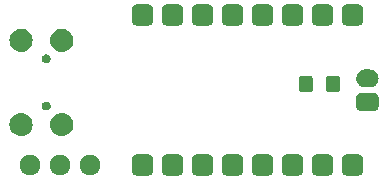
<source format=gbs>
G04 #@! TF.GenerationSoftware,KiCad,Pcbnew,(5.1.0-0)*
G04 #@! TF.CreationDate,2019-04-12T20:13:37-07:00*
G04 #@! TF.ProjectId,ap2112m-txb0104-module,61703231-3132-46d2-9d74-786230313034,rev?*
G04 #@! TF.SameCoordinates,Original*
G04 #@! TF.FileFunction,Soldermask,Bot*
G04 #@! TF.FilePolarity,Negative*
%FSLAX46Y46*%
G04 Gerber Fmt 4.6, Leading zero omitted, Abs format (unit mm)*
G04 Created by KiCad (PCBNEW (5.1.0-0)) date 2019-04-12 20:13:37*
%MOMM*%
%LPD*%
G04 APERTURE LIST*
%ADD10C,0.025400*%
G04 APERTURE END LIST*
D10*
G36*
X169468662Y-94357606D02*
G01*
X169548345Y-94381778D01*
X169621785Y-94421033D01*
X169686147Y-94473853D01*
X169738967Y-94538215D01*
X169778222Y-94611655D01*
X169802394Y-94691338D01*
X169810800Y-94776691D01*
X169810800Y-95723309D01*
X169802394Y-95808662D01*
X169778222Y-95888345D01*
X169738967Y-95961785D01*
X169686147Y-96026147D01*
X169621785Y-96078967D01*
X169548345Y-96118222D01*
X169468662Y-96142394D01*
X169383309Y-96150800D01*
X168436691Y-96150800D01*
X168351338Y-96142394D01*
X168271655Y-96118222D01*
X168198215Y-96078967D01*
X168133853Y-96026147D01*
X168081033Y-95961785D01*
X168041778Y-95888345D01*
X168017606Y-95808662D01*
X168009200Y-95723309D01*
X168009200Y-94776691D01*
X168017606Y-94691338D01*
X168041778Y-94611655D01*
X168081033Y-94538215D01*
X168133853Y-94473853D01*
X168198215Y-94421033D01*
X168271655Y-94381778D01*
X168351338Y-94357606D01*
X168436691Y-94349200D01*
X169383309Y-94349200D01*
X169468662Y-94357606D01*
X169468662Y-94357606D01*
G37*
G36*
X166928662Y-94357606D02*
G01*
X167008345Y-94381778D01*
X167081785Y-94421033D01*
X167146147Y-94473853D01*
X167198967Y-94538215D01*
X167238222Y-94611655D01*
X167262394Y-94691338D01*
X167270800Y-94776691D01*
X167270800Y-95723309D01*
X167262394Y-95808662D01*
X167238222Y-95888345D01*
X167198967Y-95961785D01*
X167146147Y-96026147D01*
X167081785Y-96078967D01*
X167008345Y-96118222D01*
X166928662Y-96142394D01*
X166843309Y-96150800D01*
X165896691Y-96150800D01*
X165811338Y-96142394D01*
X165731655Y-96118222D01*
X165658215Y-96078967D01*
X165593853Y-96026147D01*
X165541033Y-95961785D01*
X165501778Y-95888345D01*
X165477606Y-95808662D01*
X165469200Y-95723309D01*
X165469200Y-94776691D01*
X165477606Y-94691338D01*
X165501778Y-94611655D01*
X165541033Y-94538215D01*
X165593853Y-94473853D01*
X165658215Y-94421033D01*
X165731655Y-94381778D01*
X165811338Y-94357606D01*
X165896691Y-94349200D01*
X166843309Y-94349200D01*
X166928662Y-94357606D01*
X166928662Y-94357606D01*
G37*
G36*
X164388662Y-94357606D02*
G01*
X164468345Y-94381778D01*
X164541785Y-94421033D01*
X164606147Y-94473853D01*
X164658967Y-94538215D01*
X164698222Y-94611655D01*
X164722394Y-94691338D01*
X164730800Y-94776691D01*
X164730800Y-95723309D01*
X164722394Y-95808662D01*
X164698222Y-95888345D01*
X164658967Y-95961785D01*
X164606147Y-96026147D01*
X164541785Y-96078967D01*
X164468345Y-96118222D01*
X164388662Y-96142394D01*
X164303309Y-96150800D01*
X163356691Y-96150800D01*
X163271338Y-96142394D01*
X163191655Y-96118222D01*
X163118215Y-96078967D01*
X163053853Y-96026147D01*
X163001033Y-95961785D01*
X162961778Y-95888345D01*
X162937606Y-95808662D01*
X162929200Y-95723309D01*
X162929200Y-94776691D01*
X162937606Y-94691338D01*
X162961778Y-94611655D01*
X163001033Y-94538215D01*
X163053853Y-94473853D01*
X163118215Y-94421033D01*
X163191655Y-94381778D01*
X163271338Y-94357606D01*
X163356691Y-94349200D01*
X164303309Y-94349200D01*
X164388662Y-94357606D01*
X164388662Y-94357606D01*
G37*
G36*
X161848662Y-94357606D02*
G01*
X161928345Y-94381778D01*
X162001785Y-94421033D01*
X162066147Y-94473853D01*
X162118967Y-94538215D01*
X162158222Y-94611655D01*
X162182394Y-94691338D01*
X162190800Y-94776691D01*
X162190800Y-95723309D01*
X162182394Y-95808662D01*
X162158222Y-95888345D01*
X162118967Y-95961785D01*
X162066147Y-96026147D01*
X162001785Y-96078967D01*
X161928345Y-96118222D01*
X161848662Y-96142394D01*
X161763309Y-96150800D01*
X160816691Y-96150800D01*
X160731338Y-96142394D01*
X160651655Y-96118222D01*
X160578215Y-96078967D01*
X160513853Y-96026147D01*
X160461033Y-95961785D01*
X160421778Y-95888345D01*
X160397606Y-95808662D01*
X160389200Y-95723309D01*
X160389200Y-94776691D01*
X160397606Y-94691338D01*
X160421778Y-94611655D01*
X160461033Y-94538215D01*
X160513853Y-94473853D01*
X160578215Y-94421033D01*
X160651655Y-94381778D01*
X160731338Y-94357606D01*
X160816691Y-94349200D01*
X161763309Y-94349200D01*
X161848662Y-94357606D01*
X161848662Y-94357606D01*
G37*
G36*
X159308662Y-94357606D02*
G01*
X159388345Y-94381778D01*
X159461785Y-94421033D01*
X159526147Y-94473853D01*
X159578967Y-94538215D01*
X159618222Y-94611655D01*
X159642394Y-94691338D01*
X159650800Y-94776691D01*
X159650800Y-95723309D01*
X159642394Y-95808662D01*
X159618222Y-95888345D01*
X159578967Y-95961785D01*
X159526147Y-96026147D01*
X159461785Y-96078967D01*
X159388345Y-96118222D01*
X159308662Y-96142394D01*
X159223309Y-96150800D01*
X158276691Y-96150800D01*
X158191338Y-96142394D01*
X158111655Y-96118222D01*
X158038215Y-96078967D01*
X157973853Y-96026147D01*
X157921033Y-95961785D01*
X157881778Y-95888345D01*
X157857606Y-95808662D01*
X157849200Y-95723309D01*
X157849200Y-94776691D01*
X157857606Y-94691338D01*
X157881778Y-94611655D01*
X157921033Y-94538215D01*
X157973853Y-94473853D01*
X158038215Y-94421033D01*
X158111655Y-94381778D01*
X158191338Y-94357606D01*
X158276691Y-94349200D01*
X159223309Y-94349200D01*
X159308662Y-94357606D01*
X159308662Y-94357606D01*
G37*
G36*
X156768662Y-94357606D02*
G01*
X156848345Y-94381778D01*
X156921785Y-94421033D01*
X156986147Y-94473853D01*
X157038967Y-94538215D01*
X157078222Y-94611655D01*
X157102394Y-94691338D01*
X157110800Y-94776691D01*
X157110800Y-95723309D01*
X157102394Y-95808662D01*
X157078222Y-95888345D01*
X157038967Y-95961785D01*
X156986147Y-96026147D01*
X156921785Y-96078967D01*
X156848345Y-96118222D01*
X156768662Y-96142394D01*
X156683309Y-96150800D01*
X155736691Y-96150800D01*
X155651338Y-96142394D01*
X155571655Y-96118222D01*
X155498215Y-96078967D01*
X155433853Y-96026147D01*
X155381033Y-95961785D01*
X155341778Y-95888345D01*
X155317606Y-95808662D01*
X155309200Y-95723309D01*
X155309200Y-94776691D01*
X155317606Y-94691338D01*
X155341778Y-94611655D01*
X155381033Y-94538215D01*
X155433853Y-94473853D01*
X155498215Y-94421033D01*
X155571655Y-94381778D01*
X155651338Y-94357606D01*
X155736691Y-94349200D01*
X156683309Y-94349200D01*
X156768662Y-94357606D01*
X156768662Y-94357606D01*
G37*
G36*
X154228662Y-94357606D02*
G01*
X154308345Y-94381778D01*
X154381785Y-94421033D01*
X154446147Y-94473853D01*
X154498967Y-94538215D01*
X154538222Y-94611655D01*
X154562394Y-94691338D01*
X154570800Y-94776691D01*
X154570800Y-95723309D01*
X154562394Y-95808662D01*
X154538222Y-95888345D01*
X154498967Y-95961785D01*
X154446147Y-96026147D01*
X154381785Y-96078967D01*
X154308345Y-96118222D01*
X154228662Y-96142394D01*
X154143309Y-96150800D01*
X153196691Y-96150800D01*
X153111338Y-96142394D01*
X153031655Y-96118222D01*
X152958215Y-96078967D01*
X152893853Y-96026147D01*
X152841033Y-95961785D01*
X152801778Y-95888345D01*
X152777606Y-95808662D01*
X152769200Y-95723309D01*
X152769200Y-94776691D01*
X152777606Y-94691338D01*
X152801778Y-94611655D01*
X152841033Y-94538215D01*
X152893853Y-94473853D01*
X152958215Y-94421033D01*
X153031655Y-94381778D01*
X153111338Y-94357606D01*
X153196691Y-94349200D01*
X154143309Y-94349200D01*
X154228662Y-94357606D01*
X154228662Y-94357606D01*
G37*
G36*
X151688662Y-94357606D02*
G01*
X151768345Y-94381778D01*
X151841785Y-94421033D01*
X151906147Y-94473853D01*
X151958967Y-94538215D01*
X151998222Y-94611655D01*
X152022394Y-94691338D01*
X152030800Y-94776691D01*
X152030800Y-95723309D01*
X152022394Y-95808662D01*
X151998222Y-95888345D01*
X151958967Y-95961785D01*
X151906147Y-96026147D01*
X151841785Y-96078967D01*
X151768345Y-96118222D01*
X151688662Y-96142394D01*
X151603309Y-96150800D01*
X150656691Y-96150800D01*
X150571338Y-96142394D01*
X150491655Y-96118222D01*
X150418215Y-96078967D01*
X150353853Y-96026147D01*
X150301033Y-95961785D01*
X150261778Y-95888345D01*
X150237606Y-95808662D01*
X150229200Y-95723309D01*
X150229200Y-94776691D01*
X150237606Y-94691338D01*
X150261778Y-94611655D01*
X150301033Y-94538215D01*
X150353853Y-94473853D01*
X150418215Y-94421033D01*
X150491655Y-94381778D01*
X150571338Y-94357606D01*
X150656691Y-94349200D01*
X151603309Y-94349200D01*
X151688662Y-94357606D01*
X151688662Y-94357606D01*
G37*
G36*
X146940608Y-94407376D02*
G01*
X147100084Y-94473432D01*
X147243610Y-94569334D01*
X147365666Y-94691390D01*
X147461568Y-94834916D01*
X147527624Y-94994392D01*
X147561300Y-95163692D01*
X147561300Y-95336308D01*
X147527624Y-95505608D01*
X147461568Y-95665084D01*
X147365666Y-95808610D01*
X147243610Y-95930666D01*
X147100084Y-96026568D01*
X146940608Y-96092624D01*
X146771308Y-96126300D01*
X146598692Y-96126300D01*
X146429392Y-96092624D01*
X146269916Y-96026568D01*
X146126390Y-95930666D01*
X146004334Y-95808610D01*
X145908432Y-95665084D01*
X145842376Y-95505608D01*
X145808700Y-95336308D01*
X145808700Y-95163692D01*
X145842376Y-94994392D01*
X145908432Y-94834916D01*
X146004334Y-94691390D01*
X146126390Y-94569334D01*
X146269916Y-94473432D01*
X146429392Y-94407376D01*
X146598692Y-94373700D01*
X146771308Y-94373700D01*
X146940608Y-94407376D01*
X146940608Y-94407376D01*
G37*
G36*
X144400608Y-94407376D02*
G01*
X144560084Y-94473432D01*
X144703610Y-94569334D01*
X144825666Y-94691390D01*
X144921568Y-94834916D01*
X144987624Y-94994392D01*
X145021300Y-95163692D01*
X145021300Y-95336308D01*
X144987624Y-95505608D01*
X144921568Y-95665084D01*
X144825666Y-95808610D01*
X144703610Y-95930666D01*
X144560084Y-96026568D01*
X144400608Y-96092624D01*
X144231308Y-96126300D01*
X144058692Y-96126300D01*
X143889392Y-96092624D01*
X143729916Y-96026568D01*
X143586390Y-95930666D01*
X143464334Y-95808610D01*
X143368432Y-95665084D01*
X143302376Y-95505608D01*
X143268700Y-95336308D01*
X143268700Y-95163692D01*
X143302376Y-94994392D01*
X143368432Y-94834916D01*
X143464334Y-94691390D01*
X143586390Y-94569334D01*
X143729916Y-94473432D01*
X143889392Y-94407376D01*
X144058692Y-94373700D01*
X144231308Y-94373700D01*
X144400608Y-94407376D01*
X144400608Y-94407376D01*
G37*
G36*
X141860608Y-94407376D02*
G01*
X142020084Y-94473432D01*
X142163610Y-94569334D01*
X142285666Y-94691390D01*
X142381568Y-94834916D01*
X142447624Y-94994392D01*
X142481300Y-95163692D01*
X142481300Y-95336308D01*
X142447624Y-95505608D01*
X142381568Y-95665084D01*
X142285666Y-95808610D01*
X142163610Y-95930666D01*
X142020084Y-96026568D01*
X141860608Y-96092624D01*
X141691308Y-96126300D01*
X141518692Y-96126300D01*
X141349392Y-96092624D01*
X141189916Y-96026568D01*
X141046390Y-95930666D01*
X140924334Y-95808610D01*
X140828432Y-95665084D01*
X140762376Y-95505608D01*
X140728700Y-95336308D01*
X140728700Y-95163692D01*
X140762376Y-94994392D01*
X140828432Y-94834916D01*
X140924334Y-94691390D01*
X141046390Y-94569334D01*
X141189916Y-94473432D01*
X141349392Y-94407376D01*
X141518692Y-94373700D01*
X141691308Y-94373700D01*
X141860608Y-94407376D01*
X141860608Y-94407376D01*
G37*
G36*
X144492267Y-90873391D02*
G01*
X144492270Y-90873392D01*
X144677152Y-90929475D01*
X144847539Y-91020549D01*
X144996886Y-91143114D01*
X145119451Y-91292461D01*
X145210525Y-91462848D01*
X145260195Y-91626588D01*
X145266609Y-91647733D01*
X145285546Y-91840000D01*
X145266609Y-92032267D01*
X145266608Y-92032270D01*
X145210525Y-92217152D01*
X145119451Y-92387539D01*
X144996886Y-92536886D01*
X144847539Y-92659451D01*
X144677152Y-92750525D01*
X144513412Y-92800195D01*
X144492267Y-92806609D01*
X144348183Y-92820800D01*
X144251817Y-92820800D01*
X144107733Y-92806609D01*
X144086588Y-92800195D01*
X143922848Y-92750525D01*
X143752461Y-92659451D01*
X143603114Y-92536886D01*
X143480549Y-92387539D01*
X143389475Y-92217152D01*
X143333392Y-92032270D01*
X143333391Y-92032267D01*
X143314454Y-91840000D01*
X143333391Y-91647733D01*
X143339805Y-91626588D01*
X143389475Y-91462848D01*
X143480549Y-91292461D01*
X143603114Y-91143114D01*
X143752461Y-91020549D01*
X143922848Y-90929475D01*
X144107730Y-90873392D01*
X144107733Y-90873391D01*
X144251817Y-90859200D01*
X144348183Y-90859200D01*
X144492267Y-90873391D01*
X144492267Y-90873391D01*
G37*
G36*
X141042267Y-90873391D02*
G01*
X141042270Y-90873392D01*
X141227152Y-90929475D01*
X141397539Y-91020549D01*
X141546886Y-91143114D01*
X141669451Y-91292461D01*
X141760525Y-91462848D01*
X141810195Y-91626588D01*
X141816609Y-91647733D01*
X141835546Y-91840000D01*
X141816609Y-92032267D01*
X141816608Y-92032270D01*
X141760525Y-92217152D01*
X141669451Y-92387539D01*
X141546886Y-92536886D01*
X141397539Y-92659451D01*
X141227152Y-92750525D01*
X141063412Y-92800195D01*
X141042267Y-92806609D01*
X140898183Y-92820800D01*
X140801817Y-92820800D01*
X140657733Y-92806609D01*
X140636588Y-92800195D01*
X140472848Y-92750525D01*
X140302461Y-92659451D01*
X140153114Y-92536886D01*
X140030549Y-92387539D01*
X139939475Y-92217152D01*
X139883392Y-92032270D01*
X139883391Y-92032267D01*
X139864454Y-91840000D01*
X139883391Y-91647733D01*
X139889805Y-91626588D01*
X139939475Y-91462848D01*
X140030549Y-91292461D01*
X140153114Y-91143114D01*
X140302461Y-91020549D01*
X140472848Y-90929475D01*
X140657730Y-90873392D01*
X140657733Y-90873391D01*
X140801817Y-90859200D01*
X140898183Y-90859200D01*
X141042267Y-90873391D01*
X141042267Y-90873391D01*
G37*
G36*
X170838634Y-89173651D02*
G01*
X170904109Y-89193513D01*
X170964445Y-89225763D01*
X171017333Y-89269167D01*
X171060737Y-89322055D01*
X171092987Y-89382391D01*
X171112849Y-89447866D01*
X171119800Y-89518442D01*
X171119800Y-90313558D01*
X171112849Y-90384134D01*
X171092987Y-90449609D01*
X171060737Y-90509945D01*
X171017333Y-90562833D01*
X170964445Y-90606237D01*
X170904109Y-90638487D01*
X170838634Y-90658349D01*
X170768058Y-90665300D01*
X169591942Y-90665300D01*
X169521366Y-90658349D01*
X169455891Y-90638487D01*
X169395555Y-90606237D01*
X169342667Y-90562833D01*
X169299263Y-90509945D01*
X169267013Y-90449609D01*
X169247151Y-90384134D01*
X169240200Y-90313558D01*
X169240200Y-89518442D01*
X169247151Y-89447866D01*
X169267013Y-89382391D01*
X169299263Y-89322055D01*
X169342667Y-89269167D01*
X169395555Y-89225763D01*
X169455891Y-89193513D01*
X169521366Y-89173651D01*
X169591942Y-89166700D01*
X170768058Y-89166700D01*
X170838634Y-89173651D01*
X170838634Y-89173651D01*
G37*
G36*
X143048666Y-89894637D02*
G01*
X143048669Y-89894638D01*
X143048670Y-89894638D01*
X143119508Y-89916126D01*
X143184793Y-89951022D01*
X143184795Y-89951023D01*
X143184794Y-89951023D01*
X143242017Y-89997983D01*
X143284767Y-90050075D01*
X143288978Y-90055207D01*
X143323874Y-90120492D01*
X143323874Y-90120493D01*
X143345363Y-90191334D01*
X143352619Y-90265000D01*
X143345363Y-90338666D01*
X143345362Y-90338669D01*
X143345362Y-90338670D01*
X143323874Y-90409508D01*
X143302439Y-90449609D01*
X143288977Y-90474794D01*
X143242017Y-90532017D01*
X143204466Y-90562833D01*
X143184793Y-90578978D01*
X143119508Y-90613874D01*
X143048670Y-90635362D01*
X143048669Y-90635362D01*
X143048666Y-90635363D01*
X142993463Y-90640800D01*
X142956537Y-90640800D01*
X142901334Y-90635363D01*
X142901331Y-90635362D01*
X142901330Y-90635362D01*
X142830492Y-90613874D01*
X142765207Y-90578978D01*
X142745534Y-90562833D01*
X142707983Y-90532017D01*
X142661023Y-90474794D01*
X142647561Y-90449609D01*
X142626126Y-90409508D01*
X142604638Y-90338670D01*
X142604638Y-90338669D01*
X142604637Y-90338666D01*
X142597381Y-90265000D01*
X142604637Y-90191334D01*
X142626126Y-90120493D01*
X142626126Y-90120492D01*
X142661022Y-90055207D01*
X142665233Y-90050076D01*
X142707983Y-89997983D01*
X142765206Y-89951023D01*
X142765205Y-89951023D01*
X142765207Y-89951022D01*
X142830492Y-89916126D01*
X142901330Y-89894638D01*
X142901331Y-89894638D01*
X142901334Y-89894637D01*
X142956537Y-89889200D01*
X142993463Y-89889200D01*
X143048666Y-89894637D01*
X143048666Y-89894637D01*
G37*
G36*
X167645398Y-87696724D02*
G01*
X167696943Y-87712360D01*
X167744449Y-87737753D01*
X167786081Y-87771919D01*
X167820247Y-87813551D01*
X167845640Y-87861057D01*
X167861276Y-87912602D01*
X167866800Y-87968691D01*
X167866800Y-88815309D01*
X167861276Y-88871398D01*
X167845640Y-88922943D01*
X167820247Y-88970449D01*
X167786081Y-89012081D01*
X167744449Y-89046247D01*
X167696943Y-89071640D01*
X167645398Y-89087276D01*
X167589309Y-89092800D01*
X166942691Y-89092800D01*
X166886602Y-89087276D01*
X166835057Y-89071640D01*
X166787551Y-89046247D01*
X166745919Y-89012081D01*
X166711753Y-88970449D01*
X166686360Y-88922943D01*
X166670724Y-88871398D01*
X166665200Y-88815309D01*
X166665200Y-87968691D01*
X166670724Y-87912602D01*
X166686360Y-87861057D01*
X166711753Y-87813551D01*
X166745919Y-87771919D01*
X166787551Y-87737753D01*
X166835057Y-87712360D01*
X166886602Y-87696724D01*
X166942691Y-87691200D01*
X167589309Y-87691200D01*
X167645398Y-87696724D01*
X167645398Y-87696724D01*
G37*
G36*
X165345398Y-87696724D02*
G01*
X165396943Y-87712360D01*
X165444449Y-87737753D01*
X165486081Y-87771919D01*
X165520247Y-87813551D01*
X165545640Y-87861057D01*
X165561276Y-87912602D01*
X165566800Y-87968691D01*
X165566800Y-88815309D01*
X165561276Y-88871398D01*
X165545640Y-88922943D01*
X165520247Y-88970449D01*
X165486081Y-89012081D01*
X165444449Y-89046247D01*
X165396943Y-89071640D01*
X165345398Y-89087276D01*
X165289309Y-89092800D01*
X164642691Y-89092800D01*
X164586602Y-89087276D01*
X164535057Y-89071640D01*
X164487551Y-89046247D01*
X164445919Y-89012081D01*
X164411753Y-88970449D01*
X164386360Y-88922943D01*
X164370724Y-88871398D01*
X164365200Y-88815309D01*
X164365200Y-87968691D01*
X164370724Y-87912602D01*
X164386360Y-87861057D01*
X164411753Y-87813551D01*
X164445919Y-87771919D01*
X164487551Y-87737753D01*
X164535057Y-87712360D01*
X164586602Y-87696724D01*
X164642691Y-87691200D01*
X165289309Y-87691200D01*
X165345398Y-87696724D01*
X165345398Y-87696724D01*
G37*
G36*
X170517385Y-87177541D02*
G01*
X170517388Y-87177542D01*
X170658632Y-87220388D01*
X170723718Y-87255177D01*
X170788802Y-87289965D01*
X170902899Y-87383601D01*
X170996534Y-87497697D01*
X171066112Y-87627868D01*
X171091742Y-87712360D01*
X171108959Y-87769115D01*
X171123426Y-87916000D01*
X171108959Y-88062885D01*
X171108958Y-88062888D01*
X171066112Y-88204132D01*
X171066111Y-88204133D01*
X170996535Y-88334302D01*
X170902899Y-88448399D01*
X170788802Y-88542035D01*
X170723717Y-88576823D01*
X170658632Y-88611612D01*
X170533538Y-88649559D01*
X170517385Y-88654459D01*
X170407312Y-88665300D01*
X169952688Y-88665300D01*
X169842615Y-88654459D01*
X169826462Y-88649559D01*
X169701368Y-88611612D01*
X169636282Y-88576823D01*
X169571198Y-88542035D01*
X169457101Y-88448399D01*
X169363465Y-88334302D01*
X169293889Y-88204133D01*
X169293888Y-88204132D01*
X169251042Y-88062888D01*
X169251041Y-88062885D01*
X169236574Y-87916000D01*
X169251041Y-87769115D01*
X169268258Y-87712360D01*
X169293888Y-87627868D01*
X169363466Y-87497697D01*
X169457101Y-87383601D01*
X169571198Y-87289965D01*
X169636282Y-87255177D01*
X169701368Y-87220388D01*
X169842612Y-87177542D01*
X169842615Y-87177541D01*
X169952688Y-87166700D01*
X170407312Y-87166700D01*
X170517385Y-87177541D01*
X170517385Y-87177541D01*
G37*
G36*
X143048666Y-85894637D02*
G01*
X143048669Y-85894638D01*
X143048670Y-85894638D01*
X143119508Y-85916126D01*
X143184793Y-85951022D01*
X143184795Y-85951023D01*
X143184794Y-85951023D01*
X143242017Y-85997983D01*
X143284767Y-86050075D01*
X143288978Y-86055207D01*
X143323874Y-86120492D01*
X143323874Y-86120493D01*
X143345363Y-86191334D01*
X143352619Y-86265000D01*
X143345363Y-86338666D01*
X143345362Y-86338669D01*
X143345362Y-86338670D01*
X143323874Y-86409508D01*
X143288978Y-86474793D01*
X143288977Y-86474794D01*
X143242017Y-86532017D01*
X143189924Y-86574767D01*
X143184793Y-86578978D01*
X143119508Y-86613874D01*
X143048670Y-86635362D01*
X143048669Y-86635362D01*
X143048666Y-86635363D01*
X142993463Y-86640800D01*
X142956537Y-86640800D01*
X142901334Y-86635363D01*
X142901331Y-86635362D01*
X142901330Y-86635362D01*
X142830492Y-86613874D01*
X142765207Y-86578978D01*
X142760076Y-86574767D01*
X142707983Y-86532017D01*
X142661023Y-86474794D01*
X142661022Y-86474793D01*
X142626126Y-86409508D01*
X142604638Y-86338670D01*
X142604638Y-86338669D01*
X142604637Y-86338666D01*
X142597381Y-86265000D01*
X142604637Y-86191334D01*
X142626126Y-86120493D01*
X142626126Y-86120492D01*
X142661022Y-86055207D01*
X142665233Y-86050075D01*
X142707983Y-85997983D01*
X142765206Y-85951023D01*
X142765205Y-85951023D01*
X142765207Y-85951022D01*
X142830492Y-85916126D01*
X142901330Y-85894638D01*
X142901331Y-85894638D01*
X142901334Y-85894637D01*
X142956537Y-85889200D01*
X142993463Y-85889200D01*
X143048666Y-85894637D01*
X143048666Y-85894637D01*
G37*
G36*
X144492267Y-83723391D02*
G01*
X144492270Y-83723392D01*
X144677152Y-83779475D01*
X144847539Y-83870549D01*
X144996886Y-83993114D01*
X145119451Y-84142461D01*
X145210525Y-84312848D01*
X145260195Y-84476588D01*
X145266609Y-84497733D01*
X145285546Y-84690000D01*
X145266609Y-84882267D01*
X145266608Y-84882270D01*
X145210525Y-85067152D01*
X145119451Y-85237539D01*
X144996886Y-85386886D01*
X144847539Y-85509451D01*
X144677152Y-85600525D01*
X144513412Y-85650195D01*
X144492267Y-85656609D01*
X144348183Y-85670800D01*
X144251817Y-85670800D01*
X144107733Y-85656609D01*
X144086588Y-85650195D01*
X143922848Y-85600525D01*
X143752461Y-85509451D01*
X143603114Y-85386886D01*
X143480549Y-85237539D01*
X143389475Y-85067152D01*
X143333392Y-84882270D01*
X143333391Y-84882267D01*
X143314454Y-84690000D01*
X143333391Y-84497733D01*
X143339805Y-84476588D01*
X143389475Y-84312848D01*
X143480549Y-84142461D01*
X143603114Y-83993114D01*
X143752461Y-83870549D01*
X143922848Y-83779475D01*
X144107730Y-83723392D01*
X144107733Y-83723391D01*
X144251817Y-83709200D01*
X144348183Y-83709200D01*
X144492267Y-83723391D01*
X144492267Y-83723391D01*
G37*
G36*
X141042267Y-83723391D02*
G01*
X141042270Y-83723392D01*
X141227152Y-83779475D01*
X141397539Y-83870549D01*
X141546886Y-83993114D01*
X141669451Y-84142461D01*
X141760525Y-84312848D01*
X141810195Y-84476588D01*
X141816609Y-84497733D01*
X141835546Y-84690000D01*
X141816609Y-84882267D01*
X141816608Y-84882270D01*
X141760525Y-85067152D01*
X141669451Y-85237539D01*
X141546886Y-85386886D01*
X141397539Y-85509451D01*
X141227152Y-85600525D01*
X141063412Y-85650195D01*
X141042267Y-85656609D01*
X140898183Y-85670800D01*
X140801817Y-85670800D01*
X140657733Y-85656609D01*
X140636588Y-85650195D01*
X140472848Y-85600525D01*
X140302461Y-85509451D01*
X140153114Y-85386886D01*
X140030549Y-85237539D01*
X139939475Y-85067152D01*
X139883392Y-84882270D01*
X139883391Y-84882267D01*
X139864454Y-84690000D01*
X139883391Y-84497733D01*
X139889805Y-84476588D01*
X139939475Y-84312848D01*
X140030549Y-84142461D01*
X140153114Y-83993114D01*
X140302461Y-83870549D01*
X140472848Y-83779475D01*
X140657730Y-83723392D01*
X140657733Y-83723391D01*
X140801817Y-83709200D01*
X140898183Y-83709200D01*
X141042267Y-83723391D01*
X141042267Y-83723391D01*
G37*
G36*
X154228662Y-81657606D02*
G01*
X154308345Y-81681778D01*
X154381785Y-81721033D01*
X154446147Y-81773853D01*
X154498967Y-81838215D01*
X154538222Y-81911655D01*
X154562394Y-81991338D01*
X154570800Y-82076691D01*
X154570800Y-83023309D01*
X154562394Y-83108662D01*
X154538222Y-83188345D01*
X154498967Y-83261785D01*
X154446147Y-83326147D01*
X154381785Y-83378967D01*
X154308345Y-83418222D01*
X154228662Y-83442394D01*
X154143309Y-83450800D01*
X153196691Y-83450800D01*
X153111338Y-83442394D01*
X153031655Y-83418222D01*
X152958215Y-83378967D01*
X152893853Y-83326147D01*
X152841033Y-83261785D01*
X152801778Y-83188345D01*
X152777606Y-83108662D01*
X152769200Y-83023309D01*
X152769200Y-82076691D01*
X152777606Y-81991338D01*
X152801778Y-81911655D01*
X152841033Y-81838215D01*
X152893853Y-81773853D01*
X152958215Y-81721033D01*
X153031655Y-81681778D01*
X153111338Y-81657606D01*
X153196691Y-81649200D01*
X154143309Y-81649200D01*
X154228662Y-81657606D01*
X154228662Y-81657606D01*
G37*
G36*
X151688662Y-81657606D02*
G01*
X151768345Y-81681778D01*
X151841785Y-81721033D01*
X151906147Y-81773853D01*
X151958967Y-81838215D01*
X151998222Y-81911655D01*
X152022394Y-81991338D01*
X152030800Y-82076691D01*
X152030800Y-83023309D01*
X152022394Y-83108662D01*
X151998222Y-83188345D01*
X151958967Y-83261785D01*
X151906147Y-83326147D01*
X151841785Y-83378967D01*
X151768345Y-83418222D01*
X151688662Y-83442394D01*
X151603309Y-83450800D01*
X150656691Y-83450800D01*
X150571338Y-83442394D01*
X150491655Y-83418222D01*
X150418215Y-83378967D01*
X150353853Y-83326147D01*
X150301033Y-83261785D01*
X150261778Y-83188345D01*
X150237606Y-83108662D01*
X150229200Y-83023309D01*
X150229200Y-82076691D01*
X150237606Y-81991338D01*
X150261778Y-81911655D01*
X150301033Y-81838215D01*
X150353853Y-81773853D01*
X150418215Y-81721033D01*
X150491655Y-81681778D01*
X150571338Y-81657606D01*
X150656691Y-81649200D01*
X151603309Y-81649200D01*
X151688662Y-81657606D01*
X151688662Y-81657606D01*
G37*
G36*
X156768662Y-81657606D02*
G01*
X156848345Y-81681778D01*
X156921785Y-81721033D01*
X156986147Y-81773853D01*
X157038967Y-81838215D01*
X157078222Y-81911655D01*
X157102394Y-81991338D01*
X157110800Y-82076691D01*
X157110800Y-83023309D01*
X157102394Y-83108662D01*
X157078222Y-83188345D01*
X157038967Y-83261785D01*
X156986147Y-83326147D01*
X156921785Y-83378967D01*
X156848345Y-83418222D01*
X156768662Y-83442394D01*
X156683309Y-83450800D01*
X155736691Y-83450800D01*
X155651338Y-83442394D01*
X155571655Y-83418222D01*
X155498215Y-83378967D01*
X155433853Y-83326147D01*
X155381033Y-83261785D01*
X155341778Y-83188345D01*
X155317606Y-83108662D01*
X155309200Y-83023309D01*
X155309200Y-82076691D01*
X155317606Y-81991338D01*
X155341778Y-81911655D01*
X155381033Y-81838215D01*
X155433853Y-81773853D01*
X155498215Y-81721033D01*
X155571655Y-81681778D01*
X155651338Y-81657606D01*
X155736691Y-81649200D01*
X156683309Y-81649200D01*
X156768662Y-81657606D01*
X156768662Y-81657606D01*
G37*
G36*
X169468662Y-81657606D02*
G01*
X169548345Y-81681778D01*
X169621785Y-81721033D01*
X169686147Y-81773853D01*
X169738967Y-81838215D01*
X169778222Y-81911655D01*
X169802394Y-81991338D01*
X169810800Y-82076691D01*
X169810800Y-83023309D01*
X169802394Y-83108662D01*
X169778222Y-83188345D01*
X169738967Y-83261785D01*
X169686147Y-83326147D01*
X169621785Y-83378967D01*
X169548345Y-83418222D01*
X169468662Y-83442394D01*
X169383309Y-83450800D01*
X168436691Y-83450800D01*
X168351338Y-83442394D01*
X168271655Y-83418222D01*
X168198215Y-83378967D01*
X168133853Y-83326147D01*
X168081033Y-83261785D01*
X168041778Y-83188345D01*
X168017606Y-83108662D01*
X168009200Y-83023309D01*
X168009200Y-82076691D01*
X168017606Y-81991338D01*
X168041778Y-81911655D01*
X168081033Y-81838215D01*
X168133853Y-81773853D01*
X168198215Y-81721033D01*
X168271655Y-81681778D01*
X168351338Y-81657606D01*
X168436691Y-81649200D01*
X169383309Y-81649200D01*
X169468662Y-81657606D01*
X169468662Y-81657606D01*
G37*
G36*
X166928662Y-81657606D02*
G01*
X167008345Y-81681778D01*
X167081785Y-81721033D01*
X167146147Y-81773853D01*
X167198967Y-81838215D01*
X167238222Y-81911655D01*
X167262394Y-81991338D01*
X167270800Y-82076691D01*
X167270800Y-83023309D01*
X167262394Y-83108662D01*
X167238222Y-83188345D01*
X167198967Y-83261785D01*
X167146147Y-83326147D01*
X167081785Y-83378967D01*
X167008345Y-83418222D01*
X166928662Y-83442394D01*
X166843309Y-83450800D01*
X165896691Y-83450800D01*
X165811338Y-83442394D01*
X165731655Y-83418222D01*
X165658215Y-83378967D01*
X165593853Y-83326147D01*
X165541033Y-83261785D01*
X165501778Y-83188345D01*
X165477606Y-83108662D01*
X165469200Y-83023309D01*
X165469200Y-82076691D01*
X165477606Y-81991338D01*
X165501778Y-81911655D01*
X165541033Y-81838215D01*
X165593853Y-81773853D01*
X165658215Y-81721033D01*
X165731655Y-81681778D01*
X165811338Y-81657606D01*
X165896691Y-81649200D01*
X166843309Y-81649200D01*
X166928662Y-81657606D01*
X166928662Y-81657606D01*
G37*
G36*
X164388662Y-81657606D02*
G01*
X164468345Y-81681778D01*
X164541785Y-81721033D01*
X164606147Y-81773853D01*
X164658967Y-81838215D01*
X164698222Y-81911655D01*
X164722394Y-81991338D01*
X164730800Y-82076691D01*
X164730800Y-83023309D01*
X164722394Y-83108662D01*
X164698222Y-83188345D01*
X164658967Y-83261785D01*
X164606147Y-83326147D01*
X164541785Y-83378967D01*
X164468345Y-83418222D01*
X164388662Y-83442394D01*
X164303309Y-83450800D01*
X163356691Y-83450800D01*
X163271338Y-83442394D01*
X163191655Y-83418222D01*
X163118215Y-83378967D01*
X163053853Y-83326147D01*
X163001033Y-83261785D01*
X162961778Y-83188345D01*
X162937606Y-83108662D01*
X162929200Y-83023309D01*
X162929200Y-82076691D01*
X162937606Y-81991338D01*
X162961778Y-81911655D01*
X163001033Y-81838215D01*
X163053853Y-81773853D01*
X163118215Y-81721033D01*
X163191655Y-81681778D01*
X163271338Y-81657606D01*
X163356691Y-81649200D01*
X164303309Y-81649200D01*
X164388662Y-81657606D01*
X164388662Y-81657606D01*
G37*
G36*
X161848662Y-81657606D02*
G01*
X161928345Y-81681778D01*
X162001785Y-81721033D01*
X162066147Y-81773853D01*
X162118967Y-81838215D01*
X162158222Y-81911655D01*
X162182394Y-81991338D01*
X162190800Y-82076691D01*
X162190800Y-83023309D01*
X162182394Y-83108662D01*
X162158222Y-83188345D01*
X162118967Y-83261785D01*
X162066147Y-83326147D01*
X162001785Y-83378967D01*
X161928345Y-83418222D01*
X161848662Y-83442394D01*
X161763309Y-83450800D01*
X160816691Y-83450800D01*
X160731338Y-83442394D01*
X160651655Y-83418222D01*
X160578215Y-83378967D01*
X160513853Y-83326147D01*
X160461033Y-83261785D01*
X160421778Y-83188345D01*
X160397606Y-83108662D01*
X160389200Y-83023309D01*
X160389200Y-82076691D01*
X160397606Y-81991338D01*
X160421778Y-81911655D01*
X160461033Y-81838215D01*
X160513853Y-81773853D01*
X160578215Y-81721033D01*
X160651655Y-81681778D01*
X160731338Y-81657606D01*
X160816691Y-81649200D01*
X161763309Y-81649200D01*
X161848662Y-81657606D01*
X161848662Y-81657606D01*
G37*
G36*
X159308662Y-81657606D02*
G01*
X159388345Y-81681778D01*
X159461785Y-81721033D01*
X159526147Y-81773853D01*
X159578967Y-81838215D01*
X159618222Y-81911655D01*
X159642394Y-81991338D01*
X159650800Y-82076691D01*
X159650800Y-83023309D01*
X159642394Y-83108662D01*
X159618222Y-83188345D01*
X159578967Y-83261785D01*
X159526147Y-83326147D01*
X159461785Y-83378967D01*
X159388345Y-83418222D01*
X159308662Y-83442394D01*
X159223309Y-83450800D01*
X158276691Y-83450800D01*
X158191338Y-83442394D01*
X158111655Y-83418222D01*
X158038215Y-83378967D01*
X157973853Y-83326147D01*
X157921033Y-83261785D01*
X157881778Y-83188345D01*
X157857606Y-83108662D01*
X157849200Y-83023309D01*
X157849200Y-82076691D01*
X157857606Y-81991338D01*
X157881778Y-81911655D01*
X157921033Y-81838215D01*
X157973853Y-81773853D01*
X158038215Y-81721033D01*
X158111655Y-81681778D01*
X158191338Y-81657606D01*
X158276691Y-81649200D01*
X159223309Y-81649200D01*
X159308662Y-81657606D01*
X159308662Y-81657606D01*
G37*
M02*

</source>
